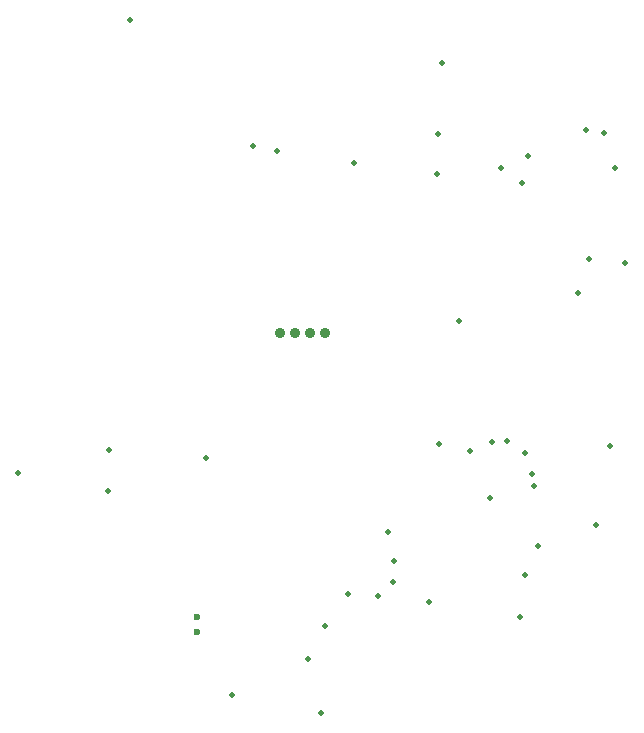
<source format=gbr>
%TF.GenerationSoftware,KiCad,Pcbnew,6.0.7-f9a2dced07~116~ubuntu22.04.1*%
%TF.CreationDate,2022-08-25T07:51:39+02:00*%
%TF.ProjectId,PCB-Ange,5043422d-416e-4676-952e-6b696361645f,rev?*%
%TF.SameCoordinates,Original*%
%TF.FileFunction,Plated,1,2,PTH,Drill*%
%TF.FilePolarity,Positive*%
%FSLAX46Y46*%
G04 Gerber Fmt 4.6, Leading zero omitted, Abs format (unit mm)*
G04 Created by KiCad (PCBNEW 6.0.7-f9a2dced07~116~ubuntu22.04.1) date 2022-08-25 07:51:39*
%MOMM*%
%LPD*%
G01*
G04 APERTURE LIST*
%TA.AperFunction,ViaDrill*%
%ADD10C,0.500000*%
%TD*%
%TA.AperFunction,ComponentDrill*%
%ADD11C,0.600000*%
%TD*%
%TA.AperFunction,ComponentDrill*%
%ADD12C,0.900000*%
%TD*%
G04 APERTURE END LIST*
D10*
X75971600Y-111785600D03*
X83540800Y-113360400D03*
X83642400Y-109906000D03*
X85420400Y-73482400D03*
X91872000Y-110566400D03*
X94107200Y-130581600D03*
X95834400Y-84099600D03*
X97917200Y-84556800D03*
X100508000Y-127584400D03*
X101625600Y-132105600D03*
X101950000Y-124800000D03*
X103860800Y-122098000D03*
X104368800Y-85572800D03*
X106400800Y-122250400D03*
X107315200Y-116814800D03*
X107670800Y-121031200D03*
X107772400Y-119253200D03*
X110769600Y-122758400D03*
X111430000Y-86487200D03*
X111531600Y-83134400D03*
X111633200Y-109398000D03*
X111887200Y-77089200D03*
X113309600Y-98933200D03*
X114224000Y-109956800D03*
X115900400Y-113970000D03*
X116066413Y-109178443D03*
X116865596Y-85979200D03*
X117322800Y-109093200D03*
X118440400Y-123977600D03*
X118592800Y-87300000D03*
X118846800Y-110160000D03*
X118846800Y-120472400D03*
X119151600Y-84963200D03*
X119456400Y-111887200D03*
X119608800Y-112954000D03*
X120015202Y-118034000D03*
X123368000Y-96596400D03*
X124028400Y-82778800D03*
X124333200Y-93700800D03*
X124892000Y-116256000D03*
X125552400Y-83032800D03*
X126111200Y-109499600D03*
X126466800Y-86030000D03*
X127381200Y-94005600D03*
D11*
%TO.C,MK1*%
X91110000Y-124003000D03*
X91110000Y-125273000D03*
D12*
%TO.C,D1*%
X98095000Y-100000000D03*
X99365000Y-100000000D03*
X100635000Y-100000000D03*
X101905000Y-100000000D03*
M02*

</source>
